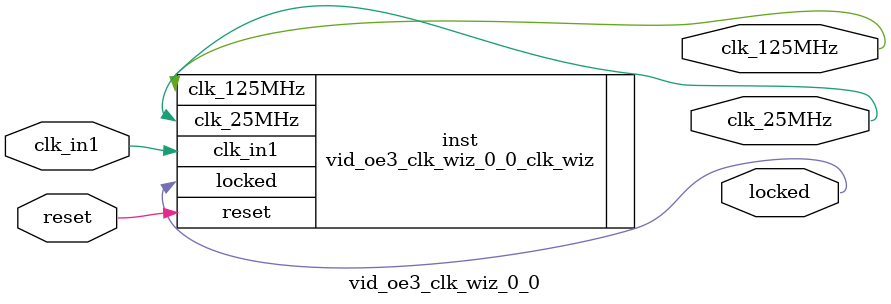
<source format=v>


`timescale 1ps/1ps

(* CORE_GENERATION_INFO = "vid_oe3_clk_wiz_0_0,clk_wiz_v6_0_11_0_0,{component_name=vid_oe3_clk_wiz_0_0,use_phase_alignment=true,use_min_o_jitter=false,use_max_i_jitter=false,use_dyn_phase_shift=false,use_inclk_switchover=false,use_dyn_reconfig=false,enable_axi=0,feedback_source=FDBK_AUTO,PRIMITIVE=PLL,num_out_clk=2,clkin1_period=12.000,clkin2_period=10.000,use_power_down=false,use_reset=true,use_locked=true,use_inclk_stopped=false,feedback_type=SINGLE,CLOCK_MGR_TYPE=NA,manual_override=false}" *)

module vid_oe3_clk_wiz_0_0 
 (
  // Clock out ports
  output        clk_25MHz,
  output        clk_125MHz,
  // Status and control signals
  input         reset,
  output        locked,
 // Clock in ports
  input         clk_in1
 );

  vid_oe3_clk_wiz_0_0_clk_wiz inst
  (
  // Clock out ports  
  .clk_25MHz(clk_25MHz),
  .clk_125MHz(clk_125MHz),
  // Status and control signals               
  .reset(reset), 
  .locked(locked),
 // Clock in ports
  .clk_in1(clk_in1)
  );

endmodule

</source>
